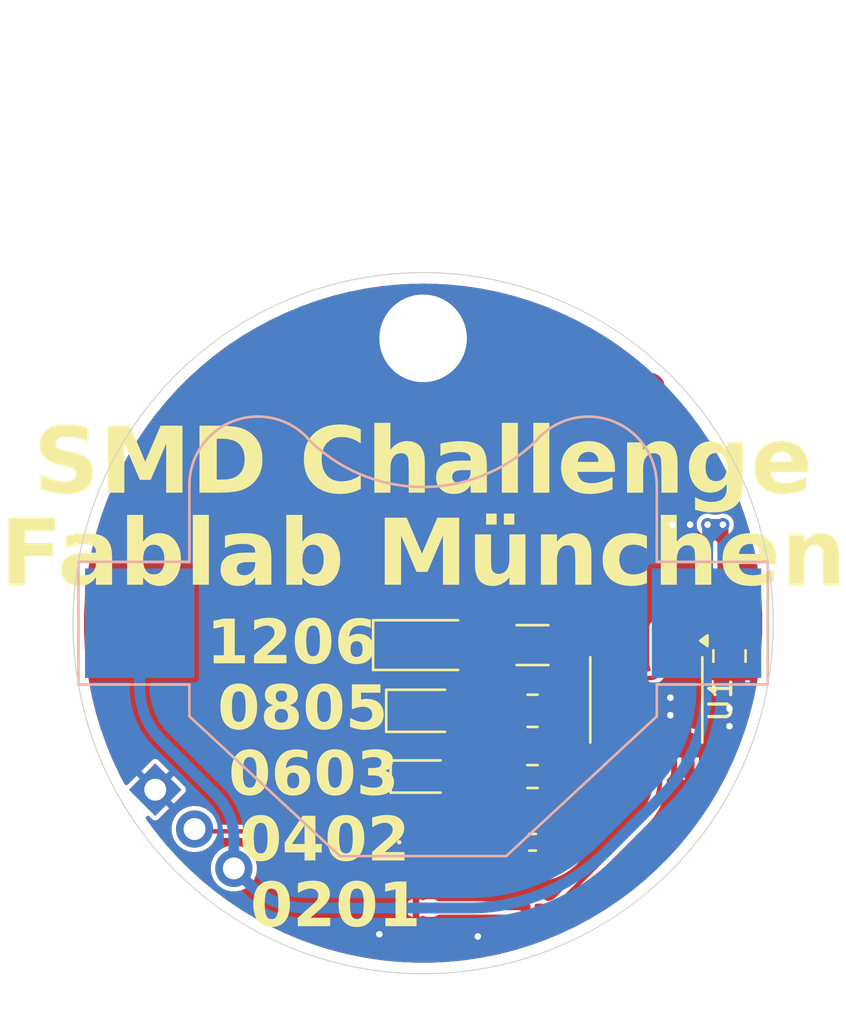
<source format=kicad_pcb>
(kicad_pcb (version 20241229) (generator "pcbnew") (generator_version "9.0")
  (layers (0 "F.Cu" signal) (2 "B.Cu" signal) (13 "F.Paste" user) (15 "B.Paste" user) (5 "F.SilkS" user "F.Silkscreen") (7 "B.SilkS" user "B.Silkscreen") (1 "F.Mask" user) (3 "B.Mask" user) (25 "Edge.Cuts" user))
  (net 0 "")
  (net 1 "Net-(D1-A)")
  (net 2 "GND")
  (net 3 "Net-(D2-A)")
  (net 4 "Net-(D3-A)")
  (net 5 "Net-(D4-A)")
  (net 6 "Net-(D5-A)")
  (net 7 "/1206")
  (net 8 "Net-(U1-PA2)")
  (net 9 "Net-(U1-PA3)")
  (net 10 "Net-(U1-PA6)")
  (net 11 "Net-(U1-PA7)")
  (net 12 "+3.3V")
  (net 13 "/RST")
  (footprint "LED_SMD:LED_0805_2012Metric" (layer "F.Cu") (at 150 104)
    (property "Reference" "D2" (hide yes))
    (property "Value" "LED")
    (fp_line (start -1.685 -0.96) (end -1.685 0.96) (stroke (width 0.12)) (layer "F.SilkS"))
    (fp_line (start -1.685 0.96) (end 1 0.96) (stroke (width 0.12)) (layer "F.SilkS"))
    (fp_line (start 1 -0.96) (end -1.685 -0.96) (stroke (width 0.12)) (layer "F.SilkS"))
    (pad "1" smd roundrect (at -0.9375 0) (size 0.975 1.4) (layers "F.Cu" "F.Mask" "F.Paste") (net 2 "GND"))
    (pad "2" smd roundrect (at 0.9375 0) (size 0.975 1.4) (layers "F.Cu" "F.Mask" "F.Paste") (net 3 "Net-(D2-A)"))
  )
  (footprint "Resistor_SMD:R_1206_3216Metric" (layer "F.Cu") (at 155 101 180)
    (property "Reference" "R1" (hide yes))
    (property "Value" "R")
    (fp_line (start -0.727064 0.91) (end 0.727064 0.91) (stroke (width 0.12)) (layer "F.SilkS"))
    (fp_line (start -0.727064 -0.91) (end 0.727064 -0.91) (stroke (width 0.12)) (layer "F.SilkS"))
    (pad "1" smd roundrect (at -1.4625 0 180) (size 1.125 1.75) (layers "F.Cu" "F.Mask" "F.Paste") (roundrect_rratio 0.222222) (net 7 "/1206"))
    (pad "2" smd roundrect (at 1.4625 0 180) (size 1.125 1.75) (layers "F.Cu" "F.Mask" "F.Paste") (roundrect_rratio 0.222222) (net 1 "Net-(D1-A)"))
  )
  (footprint "MountingHole:MountingHole_4.3mm_M4_DIN965_Pad" (layer "F.Cu") (at 150 87)
    (property "Reference" "H1" (hide yes))
    (property "Value" "MountingHole_Pad")
    (pad "1" thru_hole circle (at 0 0) (size 5 5) (drill 4) (layers "*.Cu" "*.Mask") (net 2 "GND"))
  )
  (footprint "Resistor_SMD:R_0201_0603Metric" (layer "F.Cu") (at 155 113 180)
    (property "Reference" "R5" (hide yes))
    (property "Value" "R")
    (pad "1" smd roundrect (at -0.32 0 180) (size 0.46 0.4) (layers "F.Cu" "F.Mask") (net 9 "Net-(U1-PA3)"))
    (pad "2" smd roundrect (at 0.32 0 180) (size 0.46 0.4) (layers "F.Cu" "F.Mask") (net 6 "Net-(D5-A)"))
  )
  (footprint "LOGO" (layer "F.Cu") (at 144.6 88)
    (property "Reference" "G***" (hide yes))
    (property "Value" "LOGO" (hide yes))
    (fp_poly (pts (xy 0.319094 -2.517437) (xy 0.403908 -2.512739) (xy 0.482639 -2.501666) (xy 0.561697 -2.481831) (xy 0.647495 -2.450844) (xy 0.746445 -2.406315) (xy 0.864959 -2.345855) (xy 1.009449 -2.267074) (xy 1.186328 -2.167583) (xy 1.23185 -2.141755) (xy 1.423472 -2.030806) (xy 1.578242 -1.935325) (xy 1.701394 -1.850554) (xy 1.79816 -1.771736) (xy 1.873773 -1.694114) (xy 1.933464 -1.612931) (xy 1.982467 -1.52343) (xy 2.026013 -1.420853) (xy 2.026684 -1.419106) (xy 2.053727 -1.34524) (xy 2.076185 -1.27393) (xy 2.094387 -1.200264) (xy 2.108658 -1.119331) (xy 2.119328 -1.02622) (xy 2.126722 -0.916019) (xy 2.131168 -0.783817) (xy 2.132993 -0.624701) (xy 2.132525 -0.433762) (xy 2.13009 -0.206086) (xy 2.126017 0.063236) (xy 2.125905 0.070036) (xy 2.121853 0.310734) (xy 2.11816 0.509489) (xy 2.114536 0.671047) (xy 2.110693 0.800151) (xy 2.106344 0.901547) (xy 2.1012 0.979977) (xy 2.094972 1.040188) (xy 2.087372 1.086924) (xy 2.078112 1.124928) (xy 2.066903 1.158946) (xy 2.058354 1.181373) (xy 1.958724 1.376109) (xy 1.823311 1.552798) (xy 1.700136 1.668471) (xy 1.635942 1.714829) (xy 1.538992 1.778348) (xy 1.417672 1.854112) (xy 1.280369 1.937209) (xy 1.135471 2.022722) (xy 0.991364 2.105738) (xy 0.856435 2.181341) (xy 0.73907 2.244618) (xy 0.647656 2.290653) (xy 0.609041 2.307838) (xy 0.476278 2.344278) (xy 0.317889 2.360814) (xy 0.150693 2.35699) (xy -0.008487 2.33235) (xy -0.036332 2.325307) (xy -0.097324 2.308468) (xy -0.152061 2.292013) (xy -0.205031 2.273613) (xy -0.260719 2.250938) (xy -0.323613 2.22166) (xy -0.398197 2.183449) (xy -0.48896 2.133976) (xy -0.600386 2.070912) (xy -0.736963 1.991928) (xy -0.903177 1.894695) (xy -1.103514 1.776884) (xy -1.183955 1.729514) (xy -1.421604 1.588854) (xy -1.622241 1.467897) (xy -1.789538 1.363434) (xy -1.927163 1.272256) (xy -2.038789 1.191153) (xy -2.128084 1.116915) (xy -2.198721 1.046332) (xy -2.254369 0.976196) (xy -2.298699 0.903295) (xy -2.335382 0.824421) (xy -2.368087 0.736364) (xy -2.387572 0.677022) (xy -2.403113 0.625539) (xy -2.415219 0.575981) (xy -2.424314 0.521761) (xy -2.430824 0.456294) (xy -2.435171 0.372994) (xy -2.437417 0.280341) (xy -2.117416 0.280341) (xy -2.112656 0.345897) (xy -2.099138 0.431736) (xy -2.079256 0.525658) (xy -2.055404 0.615462) (xy -2.029976 0.688949) (xy -2.020117 0.710612) (xy -1.996811 0.756319) (xy -1.974573 0.796497) (xy -1.950029 0.833526) (xy -1.919808 0.869787) (xy -1.880535 0.90766) (xy -1.828839 0.949525) (xy -1.761346 0.997763) (xy -1.674683 1.054753) (xy -1.565477 1.122877) (xy -1.430355 1.204515) (xy -1.265944 1.302047) (xy -1.068872 1.417853) (xy -0.835766 1.554314) (xy -0.770405 1.592555) (xy -0.597464 1.693645) (xy -0.459294 1.773957) (xy -0.350396 1.836345) (xy -0.265273 1.883664) (xy -0.198425 1.918771) (xy -0.144356 1.94452) (xy -0.097567 1.963766) (xy -0.05256 1.979364) (xy -0.003838 1.99417) (xy 0.011673 1.998694) (xy 0.186925 2.034733) (xy 0.34517 2.033712) (xy 0.497935 1.995529) (xy 0.501324 1.994269) (xy 0.634474 1.923352) (xy 0.760634 1.81756) (xy 0.867817 1.688442) (xy 0.929066 1.582128) (xy 0.992187 1.447426) (xy 0.999306 0.552661) (xy 1.000914 0.29147) (xy 1.001004 0.072904) (xy 0.999247 -0.107086) (xy 0.995317 -0.252553) (xy 0.988885 -0.367546) (xy 0.979625 -0.456115) (xy 0.967208 -0.522313) (xy 0.951308 -0.570188) (xy 0.931596 -0.603793) (xy 0.907746 -0.627176) (xy 0.903668 -0.630139) (xy 0.842379 -0.658537) (xy 0.770351 -0.66038) (xy 0.678256 -0.634676) (xy 0.590747 -0.596887) (xy 0.446108 -0.528461) (xy 0.439 0.179335) (xy 0.436868 0.380237) (xy 0.434664 0.540236) (xy 0.43195 0.665117) (xy 0.428288 0.760668) (xy 0.42324 0.832676) (xy 0.416367 0.886925) (xy 0.407231 0.929204) (xy 0.395395 0.965298) (xy 0.38042 1.000993) (xy 0.376054 1.010712) (xy 0.297198 1.137987) (xy 0.191082 1.24037) (xy 0.068334 1.308227) (xy 0.036265 1.318676) (xy -0.092354 1.332462) (xy -0.239291 1.309488) (xy -0.39605 1.251216) (xy -0.417797 1.240575) (xy -0.491272 1.201956) (xy -0.593289 1.146026) (xy -0.718339 1.075998) (xy -0.860911 0.995084) (xy -1.015497 0.906496) (xy -1.176586 0.813446) (xy -1.338668 0.719145) (xy -1.496234 0.626806) (xy -1.643775 0.53964) (xy -1.77578 0.460859) (xy -1.88674 0.393675) (xy -1.971145 0.341301) (xy -2.023485 0.306948) (xy -2.036659 0.296851) (xy -2.08024 0.260726) (xy -2.108107 0.246374) (xy -2.111025 0.247268) (xy -2.117416 0.280341) (xy -2.437417 0.280341) (xy -2.437782 0.265275) (xy -2.439081 0.126553) (xy -2.439493 -0.049758) (xy -2.439505 -0.128401) (xy -2.4393 -0.319533) (xy -2.438476 -0.470217) (xy -2.437109 -0.555388) (xy -2.101085 -0.555388) (xy -2.097836 -0.448244) (xy -2.085148 -0.366279) (xy -2.058566 -0.288245) (xy -2.033606 -0.233456) (xy -1.982777 -0.142961) (xy -1.921946 -0.055504) (xy -1.879628 -0.006262) (xy -1.842384 0.022481) (xy -1.769936 0.070724) (xy -1.667858 0.135213) (xy -1.541719 0.2127) (xy -1.397091 0.299931) (xy -1.239546 0.393656) (xy -1.074654 0.490623) (xy -0.907986 0.587582) (xy -0.745114 0.681281) (xy -0.591609 0.768469) (xy -0.453042 0.845894) (xy -0.334984 0.910306) (xy -0.243007 0.958452) (xy -0.182682 0.987083) (xy -0.168242 0.99247) (xy -0.096121 1.009776) (xy -0.046686 1.004241) (xy 0.000344 0.971289) (xy 0.023142 0.949291) (xy 0.079377 0.862706) (xy 0.110515 0.745825) (xy 0.113837 0.609335) (xy 0.11276 0.597272) (xy 0.109032 0.572857) (xy 0.099959 0.550377) (xy 0.080917 0.526565) (xy 0.047278 0.498156) (xy -0.005582 0.46188) (xy -0.08229 0.414472) (xy -0.187473 0.352664) (xy -0.325754 0.27319) (xy -0.431894 0.212612) (xy -0.614467 0.108312) (xy -0.761097 0.023758) (xy -0.876503 -0.044258) (xy -0.935818 -0.080744) (xy -0.262224 -0.080744) (xy -0.259138 -0.074708) (xy -0.227821 -0.051914) (xy -0.169634 -0.015778) (xy -0.096715 0.026837) (xy -0.021201 0.069066) (xy 0.044769 0.104048) (xy 0.089056 0.124919) (xy 0.099218 0.127917) (xy 0.10674 0.106482) (xy 0.112644 0.048472) (xy 0.116129 -0.036004) (xy 0.116728 -0.093383) (xy 0.115482 -0.188686) (xy 0.112133 -0.263474) (xy 0.107265 -0.307609) (xy 0.103967 -0.315166) (xy 0.079445 -0.304238) (xy 0.024299 -0.274932) (xy -0.051808 -0.232469) (xy -0.096136 -0.207107) (xy -0.191548 -0.148844) (xy -0.246201 -0.107301) (xy -0.262224 -0.080744) (xy -0.935818 -0.080744) (xy -0.965403 -0.098942) (xy -1.032516 -0.1435) (xy -1.082561 -0.181138) (xy -1.120256 -0.215061) (xy -1.150319 -0.248477) (xy -1.17747 -0.284591) (xy -1.189882 -0.302413) (xy -1.264156 -0.44564) (xy -1.291669 -0.582019) (xy -0.956814 -0.582019) (xy -0.926655 -0.49517) (xy -0.910572 -0.472334) (xy -0.865634 -0.428528) (xy -0.800207 -0.379251) (xy -0.728821 -0.333863) (xy -0.666006 -0.301726) (xy -0.630404 -0.29182) (xy -0.603892 -0.303109) (xy -0.542593 -0.334949) (xy -0.452012 -0.384299) (xy -0.337652 -0.448117) (xy -0.20502 -0.523363) (xy -0.059621 -0.606996) (xy -0.054541 -0.609938) (xy 0.096273 -0.696206) (xy 0.239339 -0.776016) (xy 0.368094 -0.845865) (xy 0.475977 -0.902247) (xy 0.556424 -0.941658) (xy 0.601239 -0.960122) (xy 0.759034 -0.989323) (xy 0.905075 -0.976244) (xy 1.015533 -0.936905) (xy 1.106098 -0.888415) (xy 1.17029 -0.835232) (xy 1.221666 -0.763221) (xy 1.265606 -0.67617) (xy 1.278847 -0.646325) (xy 1.28974 -0.616548) (xy 1.298557 -0.582093) (xy 1.305568 -0.538212) (xy 1.311043 -0.480157) (xy 1.315254 -0.403182) (xy 1.318471 -0.302539) (xy 1.320964 -0.173481) (xy 1.323005 -0.01126) (xy 1.324862 0.18887) (xy 1.326499 0.392225) (xy 1.327677 0.613948) (xy 1.327683 0.82039) (xy 1.32659 1.006434) (xy 1.324468 1.166965) (xy 1.321387 1.296868) (xy 1.317418 1.391027) (xy 1.312632 1.444327) (xy 1.311906 1.448211) (xy 1.289839 1.551676) (xy 1.359565 1.511224) (xy 1.417457 1.472294) (xy 1.489252 1.416973) (xy 1.530883 1.381997) (xy 1.610247 1.295412) (xy 1.684658 1.183628) (xy 1.709206 1.137439) (xy 1.785937 0.981657) (xy 1.79761 0.035589) (xy 1.79969 -0.176224) (xy 1.800663 -0.378532) (xy 1.800576 -0.565409) (xy 1.799473 -0.73093) (xy 1.797401 -0.869169) (xy 1.794403 -0.9742) (xy 1.790525 -1.040099) (xy 1.789314 -1.050552) (xy 1.757037 -1.191072) (xy 1.703485 -1.332103) (xy 1.635874 -1.45762) (xy 1.565541 -1.547547) (xy 1.429992 -1.651344) (xy 1.27169 -1.719683) (xy 1.099163 -1.75177) (xy 0.92094 -1.746809) (xy 0.745551 -1.704006) (xy 0.604777 -1.637102) (xy 0.553028 -1.606502) (xy 0.466957 -1.5562) (xy 0.352719 -1.489768) (xy 0.21647 -1.410776) (xy 0.064366 -1.322796) (xy -0.09744 -1.2294) (xy -0.163419 -1.191371) (xy -0.324655 -1.097629) (xy -0.47592 -1.008073) (xy -0.611586 -0.92616) (xy -0.726022 -0.855346) (xy -0.8136 -0.79909) (xy -0.868689 -0.760848) (xy -0.881296 -0.750517) (xy -0.941506 -0.668921) (xy -0.956814 -0.582019) (xy -1.291669 -0.582019) (xy -1.293783 -0.592497) (xy -1.280072 -0.730049) (xy -1.260901 -0.789413) (xy -1.231891 -0.846229) (xy -1.189444 -0.903288) (xy -1.129963 -0.963384) (xy -1.049849 -1.029308) (xy -0.945507 -1.103852) (xy -0.813336 -1.189809) (xy -0.649741 -1.289971) (xy -0.451124 -1.407129) (xy -0.280563 -1.505791) (xy -0.107648 -1.604892) (xy 0.058763 -1.6996) (xy 0.212755 -1.786598) (xy 0.348407 -1.862567) (xy 0.459802 -1.924187) (xy 0.541023 -1.96814) (xy 0.577795 -1.987132) (xy 0.725844 -2.059926) (xy 0.567196 -2.127206) (xy 0.473914 -2.163135) (xy 0.39217 -2.183613) (xy 0.301106 -2.192542) (xy 0.21011 -2.194) (xy 0.163313 -2.194409) (xy 0.123969 -2.194662) (xy 0.088136 -2.192922) (xy 0.051873 -2.187351) (xy 0.011237 -2.17611) (xy -0.037712 -2.157361) (xy -0.098917 -2.129265) (xy -0.17632 -2.089986) (xy -0.273862 -2.037684) (xy -0.395485 -1.970521) (xy -0.545131 -1.886659) (xy -0.726741 -1.78426) (xy -0.944258 -1.661485) (xy -1.003861 -1.627871) (xy -1.21115 -1.510583) (xy -1.381832 -1.41284) (xy -1.520267 -1.331792) (xy -1.630817 -1.264585) (xy -1.717844 -1.20837) (xy -1.785708 -1.160293) (xy -1.83877 -1.117503) (xy -1.881392 -1.077148) (xy -1.917934 -1.036377) (xy -1.928841 -1.023045) (xy -2.014122 -0.904893) (xy -2.067175 -0.796792) (xy -2.094113 -0.682144) (xy -2.101085 -0.555388) (xy -2.437109 -0.555388) (xy -2.436606 -0.586694) (xy -2.433265 -0.675206) (xy -2.428029 -0.741995) (xy -2.420471 -0.793304) (xy -2.410166 -0.835375) (xy -2.396689 -0.874449) (xy -2.387004 -0.898806) (xy -2.297531 -1.073382) (xy -2.175183 -1.235659) (xy -2.016446 -1.389068) (xy -1.817806 -1.537041) (xy -1.59484 -1.672417) (xy -1.49606 -1.727705) (xy -1.366046 -1.800685) (xy -1.214206 -1.886064) (xy -1.049947 -1.978549) (xy -0.882678 -2.072847) (xy -0.77094 -2.135914) (xy -0.620496 -2.220238) (xy -0.478671 -2.298541) (xy -0.351945 -2.36734) (xy -0.246793 -2.423151) (xy -0.169693 -2.462491) (xy -0.128937 -2.481205) (xy -0.037058 -2.502994) (xy 0.099428 -2.515232) (xy 0.221783 -2.518152)) (fill yes) (layers "F.Cu" "F.Mask"))
  )
  (footprint "Resistor_SMD:R_0603_1608Metric" (layer "F.Cu") (at 155 107 180)
    (property "Reference" "R3" (hide yes))
    (property "Value" "R")
    (fp_line (start -0.237258 0.5225) (end 0.237258 0.5225) (stroke (width 0.12)) (layer "F.SilkS"))
    (fp_line (start -0.237258 -0.5225) (end 0.237258 -0.5225) (stroke (width 0.12)) (layer "F.SilkS"))
    (pad "1" smd roundrect (at -0.825 0 180) (size 0.8 0.95) (layers "F.Cu" "F.Mask" "F.Paste") (net 10 "Net-(U1-PA6)"))
    (pad "2" smd roundrect (at 0.825 0 180) (size 0.8 0.95) (layers "F.Cu" "F.Mask" "F.Paste") (net 4 "Net-(D3-A)"))
  )
  (footprint "LED_SMD:LED_0603_1608Metric" (layer "F.Cu") (at 150 107)
    (property "Reference" "D3" (hide yes))
    (property "Value" "LED")
    (fp_line (start -1.485 -0.735) (end -1.485 0.735) (stroke (width 0.12)) (layer "F.SilkS"))
    (fp_line (start -1.485 0.735) (end 0.8 0.735) (stroke (width 0.12)) (layer "F.SilkS"))
    (fp_line (start 0.8 -0.735) (end -1.485 -0.735) (stroke (width 0.12)) (layer "F.SilkS"))
    (pad "1" smd roundrect (at -0.7875 0) (size 0.875 0.95) (layers "F.Cu" "F.Mask" "F.Paste") (net 2 "GND"))
    (pad "2" smd roundrect (at 0.7875 0) (size 0.875 0.95) (layers "F.Cu" "F.Mask" "F.Paste") (net 4 "Net-(D3-A)"))
  )
  (footprint "LED_SMD:LED_0201_0603Metric" (layer "F.Cu") (at 150 113)
    (property "Reference" "D5" (hide yes))
    (property "Value" "LED")
    (fp_circle (center -0.86 0) (end -0.81 0) (stroke (width 0.1)) (fill no) (layer "F.SilkS"))
    (pad "1" smd roundrect (at -0.32 0) (size 0.46 0.4) (layers "F.Cu" "F.Mask") (net 2 "GND"))
    (pad "2" smd roundrect (at 0.32 0) (size 0.46 0.4) (layers "F.Cu" "F.Mask") (net 6 "Net-(D5-A)"))
  )
  (footprint "LED_SMD:LED_0402_1005Metric" (layer "F.Cu") (at 150 110)
    (property "Reference" "D4" (hide yes))
    (property "Value" "LED")
    (fp_circle (center -1.09 0) (end -1.04 0) (stroke (width 0.1)) (fill no) (layer "F.SilkS"))
    (pad "1" smd roundrect (at -0.485 0) (size 0.59 0.64) (layers "F.Cu" "F.Mask" "F.Paste") (net 2 "GND"))
    (pad "2" smd roundrect (at 0.485 0) (size 0.59 0.64) (layers "F.Cu" "F.Mask" "F.Paste") (net 5 "Net-(D4-A)"))
  )
  (footprint "Resistor_SMD:R_0402_1005Metric" (layer "F.Cu") (at 155 110 180)
    (property "Reference" "R4" (hide yes))
    (property "Value" "R")
    (fp_line (start -0.153641 0.38) (end 0.153641 0.38) (stroke (width 0.12)) (layer "F.SilkS"))
    (fp_line (start -0.153641 -0.38) (end 0.153641 -0.38) (stroke (width 0.12)) (layer "F.SilkS"))
    (pad "1" smd roundrect (at -0.51 0 180) (size 0.54 0.64) (layers "F.Cu" "F.Mask" "F.Paste") (net 8 "Net-(U1-PA2)"))
    (pad "2" smd roundrect (at 0.51 0 180) (size 0.54 0.64) (layers "F.Cu" "F.Mask" "F.Paste") (net 5 "Net-(D4-A)"))
  )
  (footprint "Package_SO:SOIC-8_3.9x4.9mm_P1.27mm" (layer "F.Cu") (at 160.2 103.5 -90)
    (property "Reference" "U1" (at 0 -3.4 90) (layer "F.SilkS"))
    (property "Value" "ATtiny202-SS")
    (fp_line (start 0 2.56) (end -1.95 2.56) (stroke (width 0.12)) (layer "F.SilkS"))
    (fp_line (start 0 2.56) (end 1.95 2.56) (stroke (width 0.12)) (layer "F.SilkS"))
    (fp_line (start 0 -2.56) (end -1.95 -2.56) (stroke (width 0.12)) (layer "F.SilkS"))
    (fp_line (start 0 -2.56) (end 1.95 -2.56) (stroke (width 0.12)) (layer "F.SilkS"))
    (fp_poly (pts (xy -2.7 -2.465) (xy -2.94 -2.795) (xy -2.46 -2.795)) (stroke (width 0.12)) (fill yes) (layer "F.SilkS"))
    (pad "1" smd roundrect (at -2.475 -1.905 270) (size 1.95 0.6) (layers "F.Cu" "F.Mask" "F.Paste") (net 12 "+3.3V"))
    (pad "2" smd roundrect (at -2.475 -0.635 270) (size 1.95 0.6) (layers "F.Cu" "F.Mask" "F.Paste") (net 10 "Net-(U1-PA6)"))
    (pad "3" smd roundrect (at -2.475 0.635 270) (size 1.95 0.6) (layers "F.Cu" "F.Mask" "F.Paste") (net 11 "Net-(U1-PA7)"))
    (pad "4" smd roundrect (at -2.475 1.905 270) (size 1.95 0.6) (layers "F.Cu" "F.Mask" "F.Paste") (net 7 "/1206"))
    (pad "5" smd roundrect (at 2.475 1.905 270) (size 1.95 0.6) (layers "F.Cu" "F.Mask" "F.Paste") (net 8 "Net-(U1-PA2)"))
    (pad "6" smd roundrect (at 2.475 0.635 270) (size 1.95 0.6) (layers "F.Cu" "F.Mask" "F.Paste") (net 13 "/RST"))
    (pad "7" smd roundrect (at 2.475 -0.635 270) (size 1.95 0.6) (layers "F.Cu" "F.Mask" "F.Paste") (net 9 "Net-(U1-PA3)"))
    (pad "8" smd roundrect (at 2.475 -1.905 270) (size 1.95 0.6) (layers "F.Cu" "F.Mask" "F.Paste") (net 2 "GND"))
  )
  (footprint "Resistor_SMD:R_0805_2012Metric" (layer "F.Cu") (at 155 104 180)
    (property "Reference" "R2" (hide yes))
    (property "Value" "R")
    (fp_line (start -0.227064 0.735) (end 0.227064 0.735) (stroke (width 0.12)) (layer "F.SilkS"))
    (fp_line (start -0.227064 -0.735) (end 0.227064 -0.735) (stroke (width 0.12)) (layer "F.SilkS"))
    (pad "1" smd roundrect (at -0.9125 0 180) (size 1.025 1.4) (layers "F.Cu" "F.Mask" "F.Paste") (roundrect_rratio 0.243902) (net 11 "Net-(U1-PA7)"))
    (pad "2" smd roundrect (at 0.9125 0 180) (size 1.025 1.4) (layers "F.Cu" "F.Mask" "F.Paste") (roundrect_rratio 0.243902) (net 3 "Net-(D2-A)"))
  )
  (footprint "Capacitor_SMD:C_0805_2012Metric" (layer "F.Cu") (at 164 101.5 -90)
    (property "Reference" "C1" (hide yes))
    (property "Value" "C")
    (fp_line (start -0.261252 0.735) (end 0.261252 0.735) (stroke (width 0.12)) (layer "F.SilkS"))
    (fp_line (start -0.261252 -0.735) (end 0.261252 -0.735) (stroke (width 0.12)) (layer "F.SilkS"))
    (pad "1" smd roundrect (at -0.95 0 270) (size 1 1.45) (layers "F.Cu" "F.Mask" "F.Paste") (net 12 "+3.3V"))
    (pad "2" smd roundrect (at 0.95 0 270) (size 1 1.45) (layers "F.Cu" "F.Mask" "F.Paste") (net 2 "GND"))
  )
  (footprint "LED_SMD:LED_1206_3216Metric" (layer "F.Cu") (at 150 101)
    (property "Reference" "D1" (hide yes))
    (property "Value" "LED")
    (fp_line (start -2.285 -1.135) (end -2.285 1.135) (stroke (width 0.12)) (layer "F.SilkS"))
    (fp_line (start -2.285 1.135) (end 1.6 1.135) (stroke (width 0.12)) (layer "F.SilkS"))
    (fp_line (start 1.6 -1.135) (end -2.285 -1.135) (stroke (width 0.12)) (layer "F.SilkS"))
    (pad "1" smd roundrect (at -1.4 0) (size 1.25 1.75) (layers "F.Cu" "F.Mask" "F.Paste") (roundrect_rratio 0.2) (net 2 "GND"))
    (pad "2" smd roundrect (at 1.4 0) (size 1.25 1.75) (layers "F.Cu" "F.Mask" "F.Paste") (roundrect_rratio 0.2) (net 1 "Net-(D1-A)"))
  )
  (footprint "Connector_PinHeader_2.54mm:PinHeader_1x03_P2.54mm_Vertical" (layer "F.Cu") (at 137.76 107.6 45)
    (property "Reference" "J1" (hide yes))
    (property "Value" "Conn_01x03")
    (pad "1" thru_hole rect (at 0 0 45) (size 1.7 1.7) (drill 1) (layers "*.Cu" "*.Mask") (net 2 "GND"))
    (pad "2" thru_hole circle (at 0 2.54 45) (size 1.7 1.7) (drill 1) (layers "*.Cu" "*.Mask") (net 13 "/RST"))
    (pad "3" thru_hole circle (at 0 5.079999 45) (size 1.7 1.7) (drill 1) (layers "*.Cu" "*.Mask") (net 12 "+3.3V"))
  )
  (footprint "Battery:BatteryHolder_Multicomp_BC-2001_1x2032" (layer "B.Cu") (at 150 100 180)
    (property "Reference" "BT2" (hide yes))
    (property "Value" "Battery_Cell")
    (fp_line (start 15.75 2.8) (end 10.68 2.8) (stroke (width 0.12)) (layer "B.SilkS"))
    (fp_line (start 15.75 -2.8) (end 15.75 2.8) (stroke (width 0.12)) (layer "B.SilkS"))
    (fp_line (start 10.68 2.8) (end 10.68 6.35) (stroke (width 0.12)) (layer "B.SilkS"))
    (fp_line (start 10.68 -2.8) (end 15.75 -2.8) (stroke (width 0.12)) (layer "B.SilkS"))
    (fp_line (start 10.68 -2.8) (end 10.68 -4.25) (stroke (width 0.12)) (layer "B.SilkS"))
    (fp_line (start 10.68 -4.25) (end 3.8 -10.63) (stroke (width 0.12)) (layer "B.SilkS"))
    (fp_line (start 3.8 -10.63) (end -3.8 -10.63) (stroke (width 0.12)) (layer "B.SilkS"))
    (fp_line (start -10.68 2.8) (end -10.68 6.28) (stroke (width 0.12)) (layer "B.SilkS"))
    (fp_line (start -10.68 -2.8) (end -10.68 -4.25) (stroke (width 0.12)) (layer "B.SilkS"))
    (fp_line (start -10.68 -4.25) (end -3.8 -10.63) (stroke (width 0.12)) (layer "B.SilkS"))
    (fp_line (start -15.75 2.8) (end -10.68 2.8) (stroke (width 0.12)) (layer "B.SilkS"))
    (fp_line (start -15.75 -2.8) (end -10.68 -2.8) (stroke (width 0.12)) (layer "B.SilkS"))
    (fp_line (start -15.75 -2.8) (end -15.75 2.8) (stroke (width 0.12)) (layer "B.SilkS"))
    (fp_arc (start 10.68 6.3) (mid 8.734461 9.197232) (end 5.316452 8.492753) (stroke (width 0.12)) (layer "B.SilkS"))
    (fp_arc (start -5.169999 8.330001) (mid 0.096808 6.218103) (end 5.306422 8.467392) (stroke (width 0.12)) (layer "B.SilkS"))
    (fp_arc (start -5.180001 8.339999) (mid -8.637972 9.23169) (end -10.677058 6.3) (stroke (width 0.12)) (layer "B.SilkS"))
    (pad "1" smd rect (at -12.95 0 180) (size 5 5) (layers "B.Cu" "B.Mask" "B.Paste") (net 12 "+3.3V"))
    (pad "1" smd rect (at 12.95 0 180) (size 5 5) (layers "B.Cu" "B.Mask" "B.Paste") (net 12 "+3.3V"))
    (pad "2" smd circle (at 0 0 180) (size 18.5 18.5) (layers "B.Cu" "B.Mask" "B.Paste") (net 2 "GND"))
  )
  (gr_circle (center 150 100) (end 166 100) (stroke (width 0.05)) (fill no) (layer "Edge.Cuts"))
  (gr_text "Jahre" (at 153 89.3 0) (layer "F.Cu") (effects (font (size 2 2) (thickness 0.3) (bold yes)) (justify left)))
  (gr_text "15" (at 153 87.2 0) (layer "F.Cu") (effects (font (size 2 2) (thickness 0.3) (bold yes)) (justify left)))
  (gr_text "Fablab München" (at 150 97 0) (layer "F.SilkS") (effects (font (size 3 3) (thickness 0.75) (bold yes))))
  (gr_text "0805" (at 144.5 104 0) (layer "F.SilkS") (effects (font (size 2 2) (thickness 0.625) (bold yes))))
  (gr_text "0402" (at 145.5 110 0) (layer "F.SilkS") (effects (font (size 2 2) (thickness 0.625) (bold yes))))
  (gr_text "1206" (at 144 101 0) (layer "F.SilkS") (effects (font (size 2 2) (thickness 0.625) (bold yes))))
  (gr_text "0603" (at 145 107 0) (layer "F.SilkS") (effects (font (size 2 2) (thickness 0.625) (bold yes))))
  (gr_text "SMD Challenge" (at 150 92.8 0) (layer "F.SilkS") (effects (font (size 3 3) (thickness 0.75) (bold yes))))
  (gr_text "0201" (at 146 113 0) (layer "F.SilkS") (effects (font (size 2 2) (thickness 0.5) (bold yes))))
  (segment (start 151.4 101) (end 153.5375 101) (width 0.2) (layer "F.Cu") (net 1))
  (via (at 162.2 95.5) (size 0.6) (drill 0.3) (layers "F.Cu" "B.Cu") (net 2))
  (via (at 161.4 95.5) (size 0.6) (drill 0.3) (layers "F.Cu" "B.Cu") (net 2))
  (via (at 164 103.9) (size 0.6) (drill 0.3) (layers "F.Cu" "B.Cu") (net 2))
  (via (at 152.5 114.3) (size 0.6) (drill 0.3) (layers "F.Cu" "B.Cu") (net 2))
  (via (at 161.3 103.4) (size 0.6) (drill 0.3) (layers "F.Cu" "B.Cu") (net 2))
  (via (at 164 104.7) (size 0.6) (drill 0.3) (layers "F.Cu" "B.Cu") (net 2))
  (via (at 148 114.2) (size 0.6) (drill 0.3) (layers "F.Cu" "B.Cu") (net 2))
  (via (at 161.3 104.2) (size 0.6) (drill 0.3) (layers "F.Cu" "B.Cu") (net 2))
  (segment (start 150.9375 104) (end 154.0875 104) (width 0.2) (layer "F.Cu") (net 3))
  (segment (start 150.7875 107) (end 154.175 107) (width 0.2) (layer "F.Cu") (net 4))
  (segment (start 150.485 110) (end 154.49 110) (width 0.2) (layer "F.Cu") (net 5))
  (segment (start 150.32 113) (end 154.68 113) (width 0.2) (layer "F.Cu") (net 6))
  (segment (start 155.875845 110) (end 155.51 110) (width 0.2) (layer "F.Cu") (net 8))
  (segment (start 158.295 105.975) (end 158.295 107.127196) (width 0.2) (layer "F.Cu") (net 8))
  (segment (start 157.74501 108.45499) (end 156.429212 109.770788) (width 0.2) (layer "F.Cu") (net 8))
  (arc (start 156.429212 109.770788) (mid 156.175325 109.94043) (end 155.875845 110) (width 0.2) (layer "F.Cu") (net 8))
  (arc (start 157.74501 108.45499) (mid 158.152062 107.845793) (end 158.295 107.127196) (width 0.2) (layer "F.Cu") (net 8))
  (segment (start 160.835 105.975) (end 160.835 107.083084) (width 0.2) (layer "F.Cu") (net 9))
  (segment (start 160.06997 108.93003) (end 156.292893 112.707107) (width 0.2) (layer "F.Cu") (net 9))
  (segment (start 155.585786 113) (end 155.32 113) (width 0.2) (layer "F.Cu") (net 9))
  (arc (start 155.585786 113) (mid 155.968469 112.92388) (end 156.292893 112.707107) (width 0.2) (layer "F.Cu") (net 9))
  (arc (start 160.835 107.083084) (mid 160.636175 108.082644) (end 160.06997 108.93003) (width 0.2) (layer "F.Cu") (net 9))
  (segment (start 160.835 101.025) (end 160.835 102.067496) (width 0.2) (layer "F.Cu") (net 10))
  (segment (start 157 106) (end 157 106.296497) (width 0.2) (layer "F.Cu") (net 10))
  (segment (start 157 105.981314) (end 157 106) (width 0.2) (layer "F.Cu") (net 10))
  (segment (start 156.296497 107) (end 155.825 107) (width 0.2) (layer "F.Cu") (net 10))
  (segment (start 159.829955 102.737145) (end 157.292847 105.274253) (width 0.2) (layer "F.Cu") (net 10))
  (arc (start 156.296497 107) (mid 156.793949 106.793949) (end 157 106.296497) (width 0.2) (layer "F.Cu") (net 10))
  (arc (start 160.835 102.067496) (mid 160.708323 102.373323) (end 160.402496 102.5) (width 0.2) (layer "F.Cu") (net 10))
  (arc (start 157.292847 105.274253) (mid 157.076105 105.598633) (end 157 105.981314) (width 0.2) (layer "F.Cu") (net 10))
  (arc (start 160.402496 102.5) (mid 160.092628 102.561632) (end 159.829955 102.737145) (width 0.2) (layer "F.Cu") (net 10))
  (segment (start 159.565 102.053767) (end 159.565 101.025) (width 0.2) (layer "F.Cu") (net 11))
  (segment (start 155.9125 104) (end 156.713861 104) (width 0.2) (layer "F.Cu") (net 11))
  (segment (start 159.1 102.9) (end 159.295428 102.704572) (width 0.2) (layer "F.Cu") (net 11))
  (segment (start 158.909437 103.090563) (end 159.1 102.9) (width 0.2) (layer "F.Cu") (net 11))
  (arc (start 156.713861 104) (mid 157.902098 103.763645) (end 158.909437 103.090563) (width 0.2) (layer "F.Cu") (net 11))
  (arc (start 159.565 102.053767) (mid 159.49494 102.40598) (end 159.295428 102.704572) (width 0.2) (layer "F.Cu") (net 11))
  (segment (start 162.105 100.55) (end 162.105 101.025) (width 0.2) (layer "F.Cu") (net 12))
  (segment (start 163.7 96.199997) (end 163.7 96.6) (width 0.5) (layer "F.Cu") (net 12))
  (segment (start 163.000003 95.5) (end 163.7 96.199997) (width 0.5) (layer "F.Cu") (net 12))
  (segment (start 164 100.55) (end 162.105 100.55) (width 0.5) (layer "F.Cu") (net 12))
  (segment (start 163.7 96.6) (end 163.7 95.5) (width 0.5) (layer "F.Cu") (net 12))
  (segment (start 163.7 100.25) (end 163.7 96.6) (width 0.5) (layer "F.Cu") (net 12))
  (segment (start 164 100.55) (end 163.7 100.25) (width 0.5) (layer "F.Cu") (net 12))
  (via (at 163.000003 95.5) (size 0.6) (drill 0.3) (layers "F.Cu" "B.Cu") (net 12))
  (via (at 163.7 95.5) (size 0.6) (drill 0.3) (layers "F.Cu" "B.Cu") (net 12))
  (segment (start 163.000003 96.199997) (end 163.000003 96.5) (width 0.5) (layer "B.Cu") (net 12))
  (segment (start 146.7 113) (end 144.667035 113) (width 0.5) (layer "B.Cu") (net 12))
  (segment (start 163.000003 95.5) (end 163.000003 96.5) (width 0.5) (layer "B.Cu") (net 12))
  (segment (start 141.352102 109.832697) (end 141.352102 111.192102) (width 0.5) (layer "B.Cu") (net 12))
  (segment (start 137.05 100) (end 137.05 102.963544) (width 0.5) (layer "B.Cu") (net 12))
  (segment (start 163.7 95.5) (end 163.000003 95.5) (width 0.5) (layer "B.Cu") (net 12))
  (segment (start 162.95 100) (end 162.95 102.940936) (width 0.5) (layer "B.Cu") (net 12))
  (segment (start 163.000003 96.5) (end 163.000003 99.949997) (width 0.5) (layer "B.Cu") (net 12))
  (segment (start 138.030372 105.330372) (end 140.517296 107.817296) (width 0.5) (layer "B.Cu") (net 12))
  (segment (start 142.094366 111.934366) (end 141.352102 111.192102) (width 0.5) (layer "B.Cu") (net 12))
  (segment (start 160.892982 107.907018) (end 158.416306 110.383694) (width 0.5) (layer "B.Cu") (net 12))
  (segment (start 152.099984 113) (end 146.7 113) (width 0.5) (layer "B.Cu") (net 12))
  (segment (start 146.7 113) (end 145.40963 113) (width 0.5) (layer "B.Cu") (net 12))
  (segment (start 163.7 95.5) (end 163.000003 96.199997) (width 0.5) (layer "B.Cu") (net 12))
  (segment (start 163.000003 99.949997) (end 162.95 100) (width 0.5) (layer "B.Cu") (net 12))
  (arc (start 137.05 102.963544) (mid 137.30479 104.244462) (end 138.030372 105.330372) (width 0.5) (layer "B.Cu") (net 12))
  (arc (start 152.099984 113) (mid 155.518353 112.320044) (end 158.416306 110.383694) (width 0.5) (layer "B.Cu") (net 12))
  (arc (start 160.892982 107.907018) (mid 162.415399 105.62856) (end 162.95 102.940936) (width 0.5) (layer "B.Cu") (net 12))
  (arc (start 140.517296 107.817296) (mid 141.135143 108.74197) (end 141.352102 109.832697) (width 0.5) (layer "B.Cu") (net 12))
  (arc (start 142.094366 111.934366) (mid 143.274717 112.723051) (end 144.667035 113) (width 0.5) (layer "B.Cu") (net 12))
  (segment (start 144 109.5) (end 139.5 109.5) (width 0.2) (layer "F.Cu") (net 13))
  (segment (start 159.565 105.975) (end 159.565 107.189157) (width 0.2) (layer "F.Cu") (net 13))
  (segment (start 158.966899 108.633101) (end 156.846632 110.753368) (width 0.2) (layer "F.Cu") (net 13))
  (segment (start 155.044102 111.5) (end 146 111.5) (width 0.2) (layer "F.Cu") (net 13))
  (segment (start 146 111.5) (end 144 109.5) (width 0.2) (layer "F.Cu") (net 13))
  (arc (start 158.966899 108.633101) (mid 159.409559 107.970614) (end 159.565 107.189157) (width 0.2) (layer "F.Cu") (net 13))
  (arc (start 155.044102 111.5) (mid 156.019624 111.305957) (end 156.846632 110.753368) (width 0.2) (layer "F.Cu") (net 13))
  (zone (net 12) (net_name "+3.3V") (layer "F.Cu") (priority 1) (connect_pads (clearance 0.2)) (min_thickness 0.2) (fill yes (thermal_gap 0.2) (thermal_bridge_width 0.3))
    (polygon (pts (xy 163.75 95.25) (xy 162.85 95.25) (xy 162.85 95.7) (xy 163.45 96.3) (xy 163.95 96.3) (xy 163.95 95.45)))
  )
  (zone (net 2) (net_name "GND") (layers "F.Cu" "B.Cu") (connect_pads (clearance 0.2)) (min_thickness 0.2) (fill yes (thermal_gap 0.2) (thermal_bridge_width 0.3))
    (polygon (pts (xy 167.8 82.9) (xy 133.1 83.2) (xy 133.3 118.3) (xy 166.8 116.9)))
  )
)
</source>
